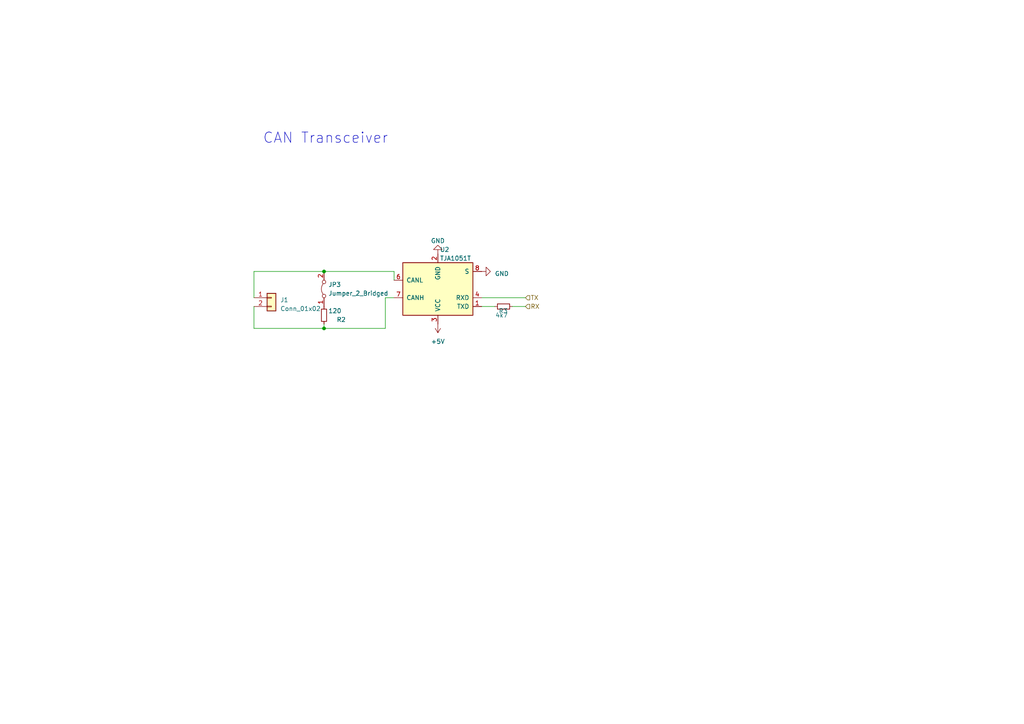
<source format=kicad_sch>
(kicad_sch (version 20230121) (generator eeschema)
  (paper "A4")
  (lib_symbols
    (symbol "Connector_Generic:Conn_01x02" (pin_names (offset 1.016) hide)
      (property "Reference" "J" (at 0 2.54 0))
      (property "Value" "Conn_01x02" (at 0 -5.08 0))
      (symbol "Conn_01x02_1_1"
        (rectangle (start -1.27 -2.413) (end 0 -2.667) (stroke (width 0.1524)))
        (rectangle (start -1.27 0.127) (end 0 -0.127) (stroke (width 0.1524)))
        (rectangle (start -1.27 1.27) (end 1.27 -3.81) (stroke (width 0.254)) (fill (type background)))
        (pin passive line (at -5.08 0 0) (length 3.81) (name "Pin_1") (number "1"))
        (pin passive line (at -5.08 -2.54 0) (length 3.81) (name "Pin_2") (number "2"))
      )
    )
    (symbol "Device:R_Small" (pin_numbers hide) (pin_names (offset 0.254) hide)
      (property "Reference" "R" (at 0.762 0.508 0))
      (property "Value" "R_Small" (at 0.762 -1.016 0))
      (symbol "R_Small_0_1"
        (rectangle (start -0.762 1.778) (end 0.762 -1.778) (stroke (width 0.2032)))
      )
      (symbol "R_Small_1_1"
        (pin passive line (at 0 2.54 270) (length 0.762) (name "~") (number "1"))
        (pin passive line (at 0 -2.54 90) (length 0.762) (name "~") (number "2"))
      )
    )
    (symbol "Interface_CAN_LIN:TJA1051T" (pin_names (offset 1.016))
      (property "Reference" "U" (at -10.16 8.89 0))
      (property "Value" "TJA1051T" (at 1.27 8.89 0))
      (symbol "TJA1051T_0_1"
        (rectangle (start -10.16 7.62) (end 10.16 -7.62) (stroke (width 0.254)) (fill (type background)))
      )
      (symbol "TJA1051T_1_1"
        (pin input line (at -12.7 5.08 0) (length 2.54) (name "TXD") (number "1"))
        (pin power_in line (at 0 -10.16 90) (length 2.54) (name "GND") (number "2"))
        (pin power_in line (at 0 10.16 270) (length 2.54) (name "VCC") (number "3"))
        (pin output line (at -12.7 2.54 0) (length 2.54) (name "RXD") (number "4"))
        (pin no_connect line (at -10.16 -2.54 0) (length 2.54) hide (name "NC") (number "5"))
        (pin bidirectional line (at 12.7 -2.54 180) (length 2.54) (name "CANL") (number "6"))
        (pin bidirectional line (at 12.7 2.54 180) (length 2.54) (name "CANH") (number "7"))
        (pin input line (at -12.7 -5.08 0) (length 2.54) (name "S") (number "8"))
      )
    )
    (symbol "Jumper:Jumper_2_Bridged" (pin_names (offset 0) hide)
      (property "Reference" "JP" (at 0 1.905 0))
      (property "Value" "Jumper_2_Bridged" (at 0 -2.54 0))
      (symbol "Jumper_2_Bridged_0_0"
        (circle (center -2.032 0) (radius 0.508))
        (circle (center 2.032 0) (radius 0.508))
      )
      (symbol "Jumper_2_Bridged_0_1"
        (arc (start 1.524 0.254) (mid 0 0.762) (end -1.524 0.254))
      )
      (symbol "Jumper_2_Bridged_1_1"
        (pin passive line (at -5.08 0 0) (length 2.54) (name "A") (number "1"))
        (pin passive line (at 5.08 0 180) (length 2.54) (name "B") (number "2"))
      )
    )
    (symbol "power:+5V" (power) (pin_names (offset 0))
      (property "Value" "+5V" (at 0 3.556 0))
      (symbol "+5V_0_1"
        (polyline (pts (xy -0.762 1.27) (xy 0 2.54)))
        (polyline (pts (xy 0 0) (xy 0 2.54)))
        (polyline (pts (xy 0 2.54) (xy 0.762 1.27)))
      )
      (symbol "+5V_1_1"
        (pin power_in line (at 0 0 90) (length 0) hide (name "+5V") (number "1"))
      )
    )
    (symbol "power:GND" (power) (pin_names (offset 0))
      (property "Value" "GND" (at 0 -3.81 0))
      (symbol "GND_0_1"
        (polyline (pts (xy 0 0) (xy 0 -1.27) (xy 1.27 -1.27) (xy 0 -2.54) (xy -1.27 -1.27) (xy 0 -1.27)))
      )
      (symbol "GND_1_1"
        (pin power_in line (at 0 0 270) (length 0) hide (name "GND") (number "1"))
      )
    )
  )
  (junction (at 93.98 95.25))
  (junction (at 93.98 78.74))
  (wire (pts (xy 93.98 95.25) (xy 111.76 95.25)))
  (wire (pts (xy 73.66 95.25) (xy 73.66 88.9)))
  (wire (pts (xy 139.7 88.9) (xy 143.51 88.9)))
  (wire (pts (xy 73.66 86.36) (xy 73.66 78.74)))
  (wire (pts (xy 93.98 95.25) (xy 93.98 93.98)))
  (wire (pts (xy 148.59 88.9) (xy 152.4 88.9)))
  (wire (pts (xy 114.3 86.36) (xy 111.76 86.36)))
  (wire (pts (xy 139.7 86.36) (xy 152.4 86.36)))
  (wire (pts (xy 73.66 78.74) (xy 93.98 78.74)))
  (wire (pts (xy 114.3 78.74) (xy 114.3 81.28)))
  (wire (pts (xy 93.98 78.74) (xy 114.3 78.74)))
  (wire (pts (xy 73.66 95.25) (xy 93.98 95.25)))
  (wire (pts (xy 111.76 86.36) (xy 111.76 95.25)))
  (text "CAN Transceiver" (at 76.2 41.91 0) (effects (font (size 3 3)) (justify left bottom)))
  (hierarchical_label "RX" (shape input) (at 152.4 88.9 0))
  (hierarchical_label "TX" (shape input) (at 152.4 86.36 0))
  (symbol (lib_id "power:+5V") (at 127 93.98 180) (unit 1)
    (property "Reference" "#PWR013" (effects hide))
    (property "Value" "+5V" (at 127 99.06 0))
  )
  (symbol (lib_id "power:GND") (at 139.7 78.74 90) (unit 1)
    (property "Reference" "#PWR014" (effects hide))
    (property "Value" "GND" (at 143.51 79.375 90) (effects (justify right)))
  )
  (symbol (lib_id "Device:R_Small") (at 146.05 88.9 90) (unit 1)
    (property "Reference" "R3" (at 147.32 90.17 90) (effects (justify left)))
    (property "Value" "4k7" (at 147.32 91.44 90) (effects (justify left)))
    (property "Footprint" "Resistor_SMD:R_0805_2012Metric" (effects hide))
    (property "LCSC" "C17673" (effects hide))
  )
  (symbol (lib_id "Interface_CAN_LIN:TJA1051T") (at 127 83.82 180) (unit 1)
    (property "Reference" "U2" (at 127.5841 72.39 0) (effects (justify right)))
    (property "Value" "TJA1051T" (at 127.5841 74.93 0) (effects (justify right)))
    (property "Footprint" "Package_SO:SOIC-8_3.9x4.9mm_P1.27mm" (effects hide))
    (property "Datasheet" "http://www.nxp.com/documents/data_sheet/TJA1051.pdf" (effects hide))
    (property "LCSC" "C92211" (effects hide))
  )
  (symbol (lib_id "Device:R_Small") (at 93.98 91.44 180) (unit 1)
    (property "Reference" "R2" (at 100.33 92.71 0) (effects (justify left)))
    (property "Value" "120" (at 99.06 90.17 0) (effects (justify left)))
    (property "Footprint" "Resistor_SMD:R_0805_2012Metric" (effects hide))
    (property "LCSC" "C17437" (effects hide))
  )
  (symbol (lib_id "Jumper:Jumper_2_Bridged") (at 93.98 83.82 90) (unit 1)
    (property "Reference" "JP3" (at 95.25 82.55 90) (effects (justify right)))
    (property "Value" "Jumper_2_Bridged" (at 95.25 85.09 90) (effects (justify right)))
    (property "Footprint" "Connector_PinHeader_2.00mm:PinHeader_1x02_P2.00mm_Vertical" (effects hide))
  )
  (symbol (lib_id "power:GND") (at 127 73.66 180) (unit 1)
    (property "Reference" "#PWR012" (effects hide))
    (property "Value" "GND" (at 127 69.85 0))
  )
  (symbol (lib_id "Connector_Generic:Conn_01x02") (at 78.74 86.36 0) (unit 1)
    (property "Reference" "J1" (at 81.28 86.995 0) (effects (justify left)))
    (property "Value" "Conn_01x02" (at 81.28 89.535 0) (effects (justify left)))
    (property "Footprint" "Connector_JST:JST_XH_S2B-XH-A-1_1x02_P2.50mm_Horizontal" (effects hide))
  )
)
</source>
